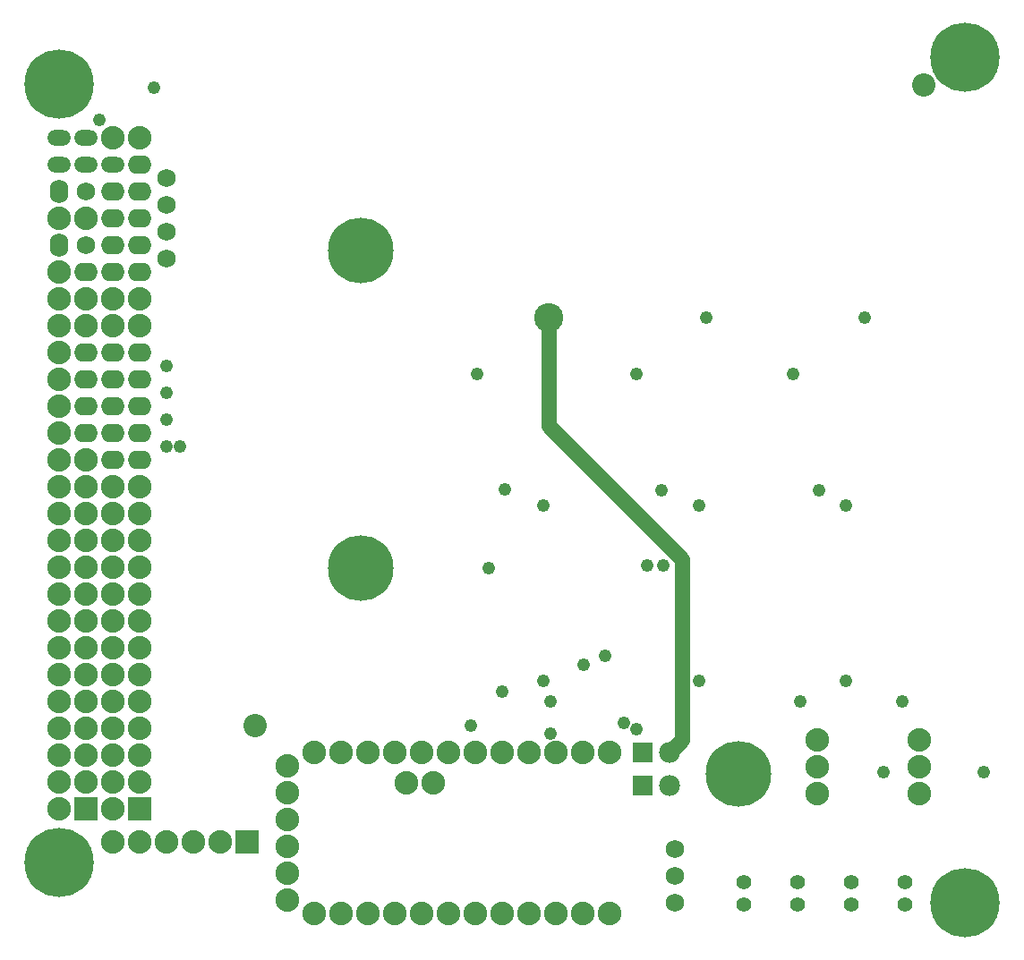
<source format=gbs>
G04 Layer_Color=16711935*
%FSLAX25Y25*%
%MOIN*%
G70*
G01*
G75*
%ADD47C,0.05800*%
%ADD48C,0.08800*%
%ADD49C,0.24422*%
%ADD50C,0.07800*%
%ADD51R,0.07800X0.07800*%
%ADD52C,0.05524*%
%ADD53R,0.08800X0.08800*%
%ADD54O,0.08800X0.05800*%
%ADD55O,0.06800X0.08800*%
%ADD56C,0.06800*%
%ADD57O,0.08800X0.06800*%
%ADD58R,0.08800X0.08800*%
%ADD59C,0.08674*%
%ADD60C,0.04800*%
%ADD61C,0.10800*%
%ADD62C,0.25800*%
D47*
X-175000Y197500D02*
Y238000D01*
X-130000Y76000D02*
X-125500Y80500D01*
X-175000Y197500D02*
X-125500Y148000D01*
Y80500D02*
Y91000D01*
Y148000D01*
D48*
X-37000Y60500D02*
D03*
Y70500D02*
D03*
Y80500D02*
D03*
X-75000Y60500D02*
D03*
Y70500D02*
D03*
Y80500D02*
D03*
X-272500Y71000D02*
D03*
Y61000D02*
D03*
Y51000D02*
D03*
Y41000D02*
D03*
Y31000D02*
D03*
Y21000D02*
D03*
X-218000Y64500D02*
D03*
X-228000D02*
D03*
X-152500Y76000D02*
D03*
X-162500D02*
D03*
X-172500D02*
D03*
X-182500D02*
D03*
X-192500D02*
D03*
X-202500D02*
D03*
X-212500D02*
D03*
X-222500D02*
D03*
X-232500D02*
D03*
X-242500D02*
D03*
X-252500D02*
D03*
X-262500D02*
D03*
X-152500Y16000D02*
D03*
X-162500D02*
D03*
X-172500D02*
D03*
X-182500D02*
D03*
X-192500D02*
D03*
X-202500D02*
D03*
X-212500D02*
D03*
X-222500D02*
D03*
X-232500D02*
D03*
X-242500D02*
D03*
X-252500D02*
D03*
X-262500D02*
D03*
X-337500Y42500D02*
D03*
X-327500D02*
D03*
X-317500D02*
D03*
X-307500D02*
D03*
X-297500D02*
D03*
X-357500Y275000D02*
D03*
X-347500D02*
D03*
X-357500Y255000D02*
D03*
Y245000D02*
D03*
X-347500D02*
D03*
X-357500Y235000D02*
D03*
X-347500D02*
D03*
X-357500Y225000D02*
D03*
Y215000D02*
D03*
Y205000D02*
D03*
Y195000D02*
D03*
Y185000D02*
D03*
X-347500D02*
D03*
X-357500Y175000D02*
D03*
X-347500D02*
D03*
X-357500Y165000D02*
D03*
X-347500D02*
D03*
X-357500Y155000D02*
D03*
X-347500D02*
D03*
X-357500Y145000D02*
D03*
X-347500D02*
D03*
X-357500Y135000D02*
D03*
X-347500D02*
D03*
X-357500Y125000D02*
D03*
X-347500D02*
D03*
X-357500Y115000D02*
D03*
X-347500D02*
D03*
X-357500Y105000D02*
D03*
X-347500D02*
D03*
X-357500Y95000D02*
D03*
X-347500D02*
D03*
X-357500Y85000D02*
D03*
X-347500D02*
D03*
X-357500Y75000D02*
D03*
X-347500D02*
D03*
X-357500Y65000D02*
D03*
X-347500D02*
D03*
X-357500Y55000D02*
D03*
X-327500Y305000D02*
D03*
X-337500D02*
D03*
Y245000D02*
D03*
X-327500D02*
D03*
X-337500Y235000D02*
D03*
X-327500D02*
D03*
X-337500Y175000D02*
D03*
X-327500D02*
D03*
X-337500Y165000D02*
D03*
X-327500D02*
D03*
X-337500Y155000D02*
D03*
X-327500D02*
D03*
X-337500Y145000D02*
D03*
X-327500D02*
D03*
X-337500Y135000D02*
D03*
X-327500D02*
D03*
X-337500Y125000D02*
D03*
X-327500D02*
D03*
X-337500Y115000D02*
D03*
X-327500D02*
D03*
X-337500Y105000D02*
D03*
X-327500D02*
D03*
X-337500Y95000D02*
D03*
X-327500D02*
D03*
X-337500Y85000D02*
D03*
X-327500D02*
D03*
X-337500Y75000D02*
D03*
X-327500D02*
D03*
X-337500Y65000D02*
D03*
X-327500D02*
D03*
X-337500Y55000D02*
D03*
D49*
X-245071Y262760D02*
D03*
Y144650D02*
D03*
X-104500Y68000D02*
D03*
D50*
X-130000Y63500D02*
D03*
Y76000D02*
D03*
D51*
X-140000Y63500D02*
D03*
Y76000D02*
D03*
D52*
X-42500Y19232D02*
D03*
Y27500D02*
D03*
X-62500Y19232D02*
D03*
Y27500D02*
D03*
X-82500Y19232D02*
D03*
Y27500D02*
D03*
X-102500Y19232D02*
D03*
Y27500D02*
D03*
D53*
X-287500Y42500D02*
D03*
D54*
X-347500Y305000D02*
D03*
X-357500D02*
D03*
Y295000D02*
D03*
X-347500D02*
D03*
X-337500D02*
D03*
D55*
X-357500Y285000D02*
D03*
Y265000D02*
D03*
D56*
X-347500Y285000D02*
D03*
Y265000D02*
D03*
X-128000Y40000D02*
D03*
Y30000D02*
D03*
Y20000D02*
D03*
X-317500Y280000D02*
D03*
Y270000D02*
D03*
Y290000D02*
D03*
Y260000D02*
D03*
D57*
X-347500Y255000D02*
D03*
Y225000D02*
D03*
Y215000D02*
D03*
Y205000D02*
D03*
Y195000D02*
D03*
X-327500Y295000D02*
D03*
X-337500Y285000D02*
D03*
X-327500D02*
D03*
X-337500Y275000D02*
D03*
X-327500D02*
D03*
X-337500Y265000D02*
D03*
X-327500D02*
D03*
X-337500Y255000D02*
D03*
X-327500D02*
D03*
X-337500Y225000D02*
D03*
X-327500D02*
D03*
X-337500Y215000D02*
D03*
X-327500D02*
D03*
X-337500Y205000D02*
D03*
X-327500D02*
D03*
X-337500Y195000D02*
D03*
X-327500D02*
D03*
X-337500Y185000D02*
D03*
X-327500D02*
D03*
D58*
X-347500Y55000D02*
D03*
X-327500D02*
D03*
D59*
X-35500Y324500D02*
D03*
X-284500Y86000D02*
D03*
D60*
X-342400Y311500D02*
D03*
X-317500Y200000D02*
D03*
X-312500Y190000D02*
D03*
X-317500D02*
D03*
Y210000D02*
D03*
Y220000D02*
D03*
X-57500Y238000D02*
D03*
X-116500D02*
D03*
X-43500Y95000D02*
D03*
X-81500D02*
D03*
X-132500Y145500D02*
D03*
X-138500D02*
D03*
X-50500Y68500D02*
D03*
X-13000D02*
D03*
X-204250Y86000D02*
D03*
X-174500Y83000D02*
D03*
X-349500Y30000D02*
D03*
Y40000D02*
D03*
X-365500Y30000D02*
D03*
Y40000D02*
D03*
X-357500Y25500D02*
D03*
Y44500D02*
D03*
X-349500Y320000D02*
D03*
Y330000D02*
D03*
X-365500Y320000D02*
D03*
Y330000D02*
D03*
X-357500Y315500D02*
D03*
Y334500D02*
D03*
X-12000Y330000D02*
D03*
Y340000D02*
D03*
X-28000Y330000D02*
D03*
Y340000D02*
D03*
X-20000Y325500D02*
D03*
Y344500D02*
D03*
X-12000Y15000D02*
D03*
Y25000D02*
D03*
X-28000Y15000D02*
D03*
Y25000D02*
D03*
X-20000Y10500D02*
D03*
Y29500D02*
D03*
X-191500Y174000D02*
D03*
X-201870Y216870D02*
D03*
X-133000Y173500D02*
D03*
X-142500Y217000D02*
D03*
X-74500Y173500D02*
D03*
X-84000Y217000D02*
D03*
X-142500Y84500D02*
D03*
X-147000Y87000D02*
D03*
X-125500Y91000D02*
D03*
X-197500Y144500D02*
D03*
X-192500Y98500D02*
D03*
X-174500Y95000D02*
D03*
X-322000Y323500D02*
D03*
X-177000Y168000D02*
D03*
Y102500D02*
D03*
X-64500Y168000D02*
D03*
Y102500D02*
D03*
X-119000Y168000D02*
D03*
Y102500D02*
D03*
X-154000Y112000D02*
D03*
X-162000Y108500D02*
D03*
D61*
X-175000Y238000D02*
D03*
D62*
X-357500Y325000D02*
D03*
X-20000Y20000D02*
D03*
X-357500Y35000D02*
D03*
X-20000Y335000D02*
D03*
M02*

</source>
